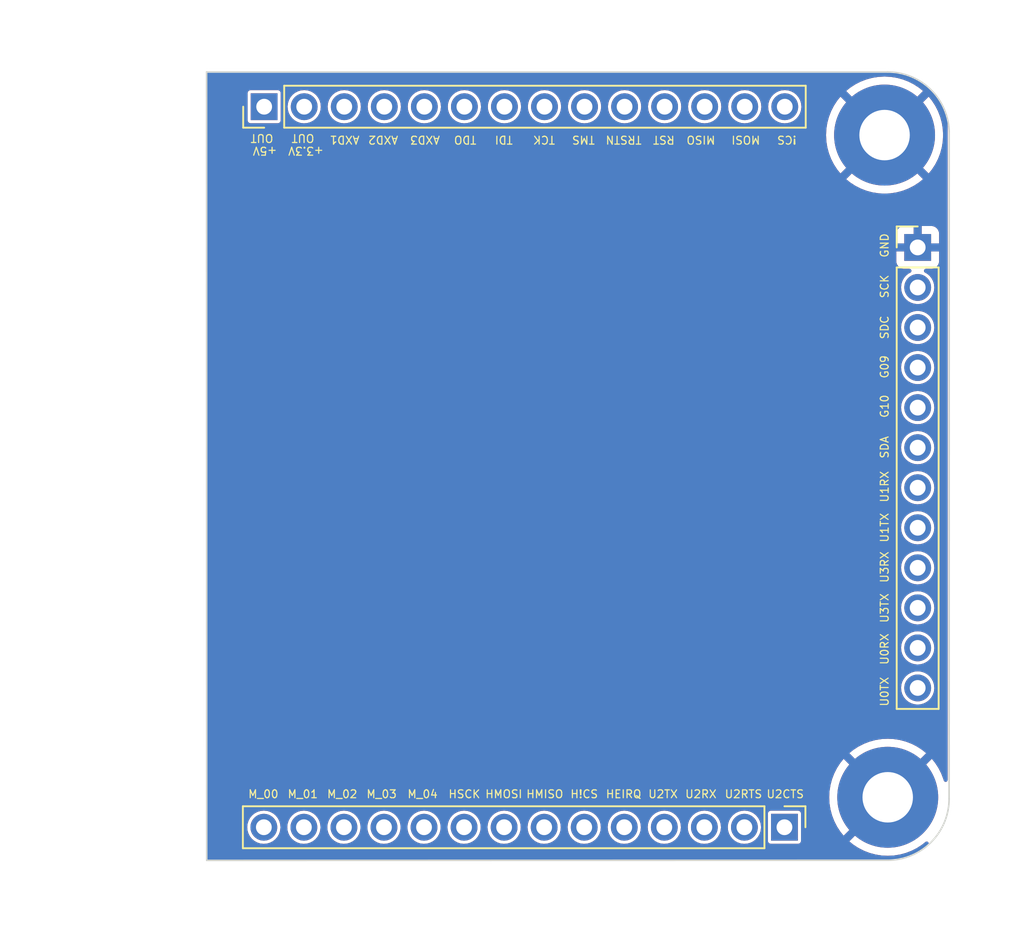
<source format=kicad_pcb>
(kicad_pcb (version 20211014) (generator pcbnew)
  (layers (0 "F.Cu" signal) (31 "B.Cu" signal) (34 "B.Paste" user) (35 "F.Paste" user) (36 "B.SilkS" user "B.Silkscreen") (37 "F.SilkS" user "F.Silkscreen") (38 "B.Mask" user) (39 "F.Mask" user) (44 "Edge.Cuts" user))
  (net 0 "")
  (net 1 "HSPI1_!CS")
  (net 2 "HSPI1_SCK")
  (net 3 "HSPI1_MISO")
  (net 4 "MODE_03")
  (net 5 "MODE_02")
  (net 6 "HSPI1_MOSI")
  (net 7 "MODE_00")
  (net 8 "SX_RST")
  (net 9 "MODE_01")
  (net 10 "MODE_04")
  (net 11 "RF_AXD1")
  (net 12 "RF_AXD2")
  (net 13 "RF_AXD3")
  (net 14 "JTAG_TRSTN")
  (net 15 "JTAG_TCK")
  (net 16 "JTAG_TDI")
  (net 17 "JTAG_TDO")
  (net 18 "JTAG_TMS")
  (net 19 "HSPI1_IRQ")
  (net 20 "GPIO_00_UART2_TX")
  (net 21 "GPIO_01_UART2_RX")
  (net 22 "GPIO_02_UART2_RTS")
  (net 23 "GPIO_03_UART2_CTS")
  (net 24 "GPIO_04_UART0_TX")
  (net 25 "GPIO_05_UART0_RX")
  (net 26 "GPIO_06_UART3_TX")
  (net 27 "GPIO_07_UART3_RX")
  (net 28 "GPIO_08_UART1_TX")
  (net 29 "GPIO_11_UART1_RX")
  (net 30 "GPIO_17_I2C_SDA")
  (net 31 "GPIO_10")
  (net 32 "GPIO_09")
  (net 33 "GPIO_16_I2C_SCL")
  (net 34 "GPIO_15_SPI0_SCK")
  (net 35 "GPIO_14_SPI0_!CS")
  (net 36 "GPIO_13_SPI0_MOSI")
  (net 37 "GPIO_12_SPI0_MISO")
  (net 38 "GND")
  (net 39 "+5V")
  (net 40 "+3V3")
  (footprint "Connector_PinHeader_2.54mm:PinHeader_1x14_P2.54mm_Vertical" (layer "F.Cu") (at 194.3 79.75 90)
    (fp_text reference "J3")
    (fp_text value "Conn_01x14_Male")
    (fp_line (start -1.33 1.27) (end -1.33 34.35) (layer "F.SilkS") (width 0.12))
    (fp_line (start -1.33 0) (end -1.33 -1.33) (layer "F.SilkS") (width 0.12))
    (fp_line (start 1.33 1.27) (end 1.33 34.35) (layer "F.SilkS") (width 0.12))
    (fp_line (start -1.33 34.35) (end 1.33 34.35) (layer "F.SilkS") (width 0.12))
    (fp_line (start -1.33 1.27) (end 1.33 1.27) (layer "F.SilkS") (width 0.12))
    (fp_line (start -1.33 -1.33) (end 0 -1.33) (layer "F.SilkS") (width 0.12))
    (pad "1" thru_hole rect locked (at 0 0 90) (size 1.7 1.7) (drill 1) (layers *.Cu *.Mask) (net 39 "+5V"))
    (pad "2" thru_hole oval locked (at 0 2.54 90) (size 1.7 1.7) (drill 1) (layers *.Cu *.Mask) (net 40 "+3V3"))
    (pad "3" thru_hole oval locked (at 0 5.08 90) (size 1.7 1.7) (drill 1) (layers *.Cu *.Mask) (net 11 "RF_AXD1"))
    (pad "4" thru_hole oval locked (at 0 7.62 90) (size 1.7 1.7) (drill 1) (layers *.Cu *.Mask) (net 12 "RF_AXD2"))
    (pad "5" thru_hole oval locked (at 0 10.16 90) (size 1.7 1.7) (drill 1) (layers *.Cu *.Mask) (net 13 "RF_AXD3"))
    (pad "6" thru_hole oval locked (at 0 12.7 90) (size 1.7 1.7) (drill 1) (layers *.Cu *.Mask) (net 17 "JTAG_TDO"))
    (pad "7" thru_hole oval locked (at 0 15.24 90) (size 1.7 1.7) (drill 1) (layers *.Cu *.Mask) (net 16 "JTAG_TDI"))
    (pad "8" thru_hole oval locked (at 0 17.78 90) (size 1.7 1.7) (drill 1) (layers *.Cu *.Mask) (net 15 "JTAG_TCK"))
    (pad "9" thru_hole oval locked (at 0 20.32 90) (size 1.7 1.7) (drill 1) (layers *.Cu *.Mask) (net 18 "JTAG_TMS"))
    (pad "10" thru_hole oval locked (at 0 22.86 90) (size 1.7 1.7) (drill 1) (layers *.Cu *.Mask) (net 14 "JTAG_TRSTN"))
    (pad "11" thru_hole oval locked (at 0 25.4 90) (size 1.7 1.7) (drill 1) (layers *.Cu *.Mask) (net 8 "SX_RST"))
    (pad "12" thru_hole oval locked (at 0 27.94 90) (size 1.7 1.7) (drill 1) (layers *.Cu *.Mask) (net 37 "GPIO_12_SPI0_MISO"))
    (pad "13" thru_hole oval locked (at 0 30.48 90) (size 1.7 1.7) (drill 1) (layers *.Cu *.Mask) (net 36 "GPIO_13_SPI0_MOSI"))
    (pad "14" thru_hole oval locked (at 0 33.02 90) (size 1.7 1.7) (drill 1) (layers *.Cu *.Mask) (net 35 "GPIO_14_SPI0_!CS"))
  )
  (footprint "MountingHole:MountingHole_3.2mm_M3_Pad" (layer "F.Cu") (at 233.85 123.55)
    (fp_text reference "H2")
    (fp_text value "MountingHole")
    (pad "1" thru_hole circle locked (at 0 0) (size 6.4 6.4) (drill 3.2) (layers *.Cu *.Mask) (net 38 "GND"))
  )
  (footprint "MountingHole:MountingHole_3.2mm_M3_Pad" (layer "F.Cu") (at 233.65 81.55)
    (fp_text reference "H1")
    (fp_text value "MountingHole")
    (pad "1" thru_hole circle locked (at 0 0) (size 6.4 6.4) (drill 3.2) (layers *.Cu *.Mask) (net 38 "GND"))
  )
  (footprint "Connector_PinHeader_2.54mm:PinHeader_1x12_P2.54mm_Vertical" (layer "F.Cu") (at 235.75 88.675)
    (fp_text reference "J2")
    (fp_text value "Conn_01x12_Male")
    (fp_line (start -1.33 29.27) (end 1.33 29.27) (layer "F.SilkS") (width 0.12))
    (fp_line (start -1.33 1.27) (end -1.33 29.27) (layer "F.SilkS") (width 0.12))
    (fp_line (start 1.33 1.27) (end 1.33 29.27) (layer "F.SilkS") (width 0.12))
    (fp_line (start -1.33 1.27) (end 1.33 1.27) (layer "F.SilkS") (width 0.12))
    (fp_line (start -1.33 -1.33) (end 0 -1.33) (layer "F.SilkS") (width 0.12))
    (fp_line (start -1.33 0) (end -1.33 -1.33) (layer "F.SilkS") (width 0.12))
    (pad "1" thru_hole rect locked (at 0 0) (size 1.7 1.7) (drill 1) (layers *.Cu *.Mask) (net 38 "GND"))
    (pad "2" thru_hole oval locked (at 0 2.54) (size 1.7 1.7) (drill 1) (layers *.Cu *.Mask) (net 34 "GPIO_15_SPI0_SCK"))
    (pad "3" thru_hole oval locked (at 0 5.08) (size 1.7 1.7) (drill 1) (layers *.Cu *.Mask) (net 33 "GPIO_16_I2C_SCL"))
    (pad "4" thru_hole oval locked (at 0 7.62) (size 1.7 1.7) (drill 1) (layers *.Cu *.Mask) (net 32 "GPIO_09"))
    (pad "5" thru_hole oval locked (at 0 10.16) (size 1.7 1.7) (drill 1) (layers *.Cu *.Mask) (net 31 "GPIO_10"))
    (pad "6" thru_hole oval locked (at 0 12.7) (size 1.7 1.7) (drill 1) (layers *.Cu *.Mask) (net 30 "GPIO_17_I2C_SDA"))
    (pad "7" thru_hole oval locked (at 0 15.24) (size 1.7 1.7) (drill 1) (layers *.Cu *.Mask) (net 29 "GPIO_11_UART1_RX"))
    (pad "8" thru_hole oval locked (at 0 17.78) (size 1.7 1.7) (drill 1) (layers *.Cu *.Mask) (net 28 "GPIO_08_UART1_TX"))
    (pad "9" thru_hole oval locked (at 0 20.32) (size 1.7 1.7) (drill 1) (layers *.Cu *.Mask) (net 27 "GPIO_07_UART3_RX"))
    (pad "10" thru_hole oval locked (at 0 22.86) (size 1.7 1.7) (drill 1) (layers *.Cu *.Mask) (net 26 "GPIO_06_UART3_TX"))
    (pad "11" thru_hole oval locked (at 0 25.4) (size 1.7 1.7) (drill 1) (layers *.Cu *.Mask) (net 25 "GPIO_05_UART0_RX"))
    (pad "12" thru_hole oval locked (at 0 27.94) (size 1.7 1.7) (drill 1) (layers *.Cu *.Mask) (net 24 "GPIO_04_UART0_TX"))
  )
  (footprint "Connector_PinHeader_2.54mm:PinHeader_1x14_P2.54mm_Vertical" (layer "F.Cu") (at 227.3 125.45 -90)
    (fp_text reference "J1")
    (fp_text value "Conn_01x14_Male")
    (fp_line (start -1.33 1.27) (end -1.33 34.35) (layer "F.SilkS") (width 0.12))
    (fp_line (start -1.33 34.35) (end 1.33 34.35) (layer "F.SilkS") (width 0.12))
    (fp_line (start -1.33 -1.33) (end 0 -1.33) (layer "F.SilkS") (width 0.12))
    (fp_line (start -1.33 0) (end -1.33 -1.33) (layer "F.SilkS") (width 0.12))
    (fp_line (start -1.33 1.27) (end 1.33 1.27) (layer "F.SilkS") (width 0.12))
    (fp_line (start 1.33 1.27) (end 1.33 34.35) (layer "F.SilkS") (width 0.12))
    (pad "1" thru_hole rect locked (at 0 0 270) (size 1.7 1.7) (drill 1) (layers *.Cu *.Mask) (net 23 "GPIO_03_UART2_CTS"))
    (pad "2" thru_hole oval locked (at 0 2.54 270) (size 1.7 1.7) (drill 1) (layers *.Cu *.Mask) (net 22 "GPIO_02_UART2_RTS"))
    (pad "3" thru_hole oval locked (at 0 5.08 270) (size 1.7 1.7) (drill 1) (layers *.Cu *.Mask) (net 21 "GPIO_01_UART2_RX"))
    (pad "4" thru_hole oval locked (at 0 7.62 270) (size 1.7 1.7) (drill 1) (layers *.Cu *.Mask) (net 20 "GPIO_00_UART2_TX"))
    (pad "5" thru_hole oval locked (at 0 10.16 270) (size 1.7 1.7) (drill 1) (layers *.Cu *.Mask) (net 19 "HSPI1_IRQ"))
    (pad "6" thru_hole oval locked (at 0 12.7 270) (size 1.7 1.7) (drill 1) (layers *.Cu *.Mask) (net 1 "HSPI1_!CS"))
    (pad "7" thru_hole oval locked (at 0 15.24 270) (size 1.7 1.7) (drill 1) (layers *.Cu *.Mask) (net 3 "HSPI1_MISO"))
    (pad "8" thru_hole oval locked (at 0 17.78 270) (size 1.7 1.7) (drill 1) (layers *.Cu *.Mask) (net 6 "HSPI1_MOSI"))
    (pad "9" thru_hole oval locked (at 0 20.32 270) (size 1.7 1.7) (drill 1) (layers *.Cu *.Mask) (net 2 "HSPI1_SCK"))
    (pad "10" thru_hole oval locked (at 0 22.86 270) (size 1.7 1.7) (drill 1) (layers *.Cu *.Mask) (net 10 "MODE_04"))
    (pad "11" thru_hole oval locked (at 0 25.4 270) (size 1.7 1.7) (drill 1) (layers *.Cu *.Mask) (net 4 "MODE_03"))
    (pad "12" thru_hole oval locked (at 0 27.94 270) (size 1.7 1.7) (drill 1) (layers *.Cu *.Mask) (net 5 "MODE_02"))
    (pad "13" thru_hole oval locked (at 0 30.48 270) (size 1.7 1.7) (drill 1) (layers *.Cu *.Mask) (net 9 "MODE_01"))
    (pad "14" thru_hole oval locked (at 0 33.02 270) (size 1.7 1.7) (drill 1) (layers *.Cu *.Mask) (net 7 "MODE_00"))
  )
  (footprint "teledatics:teledatics_logo_kicad_footprint" (layer "F.Cu") (at 178.963547 102.756718 -90)
    (fp_text reference "G***")
    (fp_text value "LOGO" hide)
  )
  (gr_line (start 233.842284 127.542284) (end 190.657716 127.55) (layer "Edge.Cuts") (width 0.1))
  (gr_line (start 190.65 77.55) (end 233.85 77.55) (layer "Edge.Cuts") (width 0.1))
  (gr_arc (start 237.742284 123.642284) (mid 236.6 126.4) (end 233.842284 127.542284) (layer "Edge.Cuts") (width 0.1))
  (gr_arc (start 233.85 77.55) (mid 236.607716 78.692284) (end 237.75 81.45) (layer "Edge.Cuts") (width 0.1))
  (gr_line (start 190.657716 127.55) (end 190.65 77.55) (layer "Edge.Cuts") (width 0.1))
  (gr_line (start 237.75 81.45) (end 237.742284 123.642284) (layer "Edge.Cuts") (width 0.1))
  (gr_text "TDO" (at 207.05 81.85 180) (layer "F.SilkS") (effects (font (size 0.5 0.5) (thickness 0.075))))
  (gr_text "M_00" (at 194.25 123.35) (layer "F.SilkS") (effects (font (size 0.5 0.5) (thickness 0.075))))
  (gr_text "TRSTN" (at 217.1 81.85 180) (layer "F.SilkS") (effects (font (size 0.5 0.5) (thickness 0.075))))
  (gr_text "MISO" (at 222 81.85 180) (layer "F.SilkS") (effects (font (size 0.5 0.5) (thickness 0.075))))
  (gr_text "G09" (at 233.65 96.25 90) (layer "F.SilkS") (effects (font (size 0.5 0.5) (thickness 0.075))))
  (gr_text "U2CTS" (at 227.35 123.35) (layer "F.SilkS") (effects (font (size 0.5 0.5) (thickness 0.075))))
  (gr_text "SDC" (at 233.65 93.75 90) (layer "F.SilkS") (effects (font (size 0.5 0.5) (thickness 0.075))))
  (gr_text "H!CS" (at 214.6 123.35) (layer "F.SilkS") (effects (font (size 0.5 0.5) (thickness 0.075))))
  (gr_text "HMOSI" (at 209.5 123.35) (layer "F.SilkS") (effects (font (size 0.5 0.5) (thickness 0.075))))
  (gr_text "M_01" (at 196.75 123.35) (layer "F.SilkS") (effects (font (size 0.5 0.5) (thickness 0.075))))
  (gr_text "AXD2" (at 201.85 81.85 180) (layer "F.SilkS") (effects (font (size 0.5 0.5) (thickness 0.075))))
  (gr_text "M_03" (at 201.75 123.35) (layer "F.SilkS") (effects (font (size 0.5 0.5) (thickness 0.075))))
  (gr_text "AXD3" (at 204.5 81.85 180) (layer "F.SilkS") (effects (font (size 0.5 0.5) (thickness 0.075))))
  (gr_text "+3.3V\n OUT" (at 196.95 82.15 180) (layer "F.SilkS") (effects (font (size 0.5 0.5) (thickness 0.075))))
  (gr_text "M_02" (at 199.25 123.35) (layer "F.SilkS") (effects (font (size 0.5 0.5) (thickness 0.075))))
  (gr_text "TMS" (at 214.55 81.85 180) (layer "F.SilkS") (effects (font (size 0.5 0.5) (thickness 0.075))))
  (gr_text "SDA" (at 233.65 101.35 90) (layer "F.SilkS") (effects (font (size 0.5 0.5) (thickness 0.075))))
  (gr_text "HMISO" (at 212.1 123.35) (layer "F.SilkS") (effects (font (size 0.5 0.5) (thickness 0.075))))
  (gr_text "+5V\n OUT" (at 194.35 82.15 180) (layer "F.SilkS") (effects (font (size 0.5 0.5) (thickness 0.075))))
  (gr_text "U2RTS" (at 224.7 123.35) (layer "F.SilkS") (effects (font (size 0.5 0.5) (thickness 0.075))))
  (gr_text "GND" (at 233.65 88.55 90) (layer "F.SilkS") (effects (font (size 0.5 0.5) (thickness 0.075))))
  (gr_text "U2RX" (at 222 123.35) (layer "F.SilkS") (effects (font (size 0.5 0.5) (thickness 0.075))))
  (gr_text "U1TX" (at 233.65 106.45 90) (layer "F.SilkS") (effects (font (size 0.5 0.5) (thickness 0.075))))
  (gr_text "U3TX" (at 233.65 111.55 90) (layer "F.SilkS") (effects (font (size 0.5 0.5) (thickness 0.075))))
  (gr_text "AXD1" (at 199.4 81.85 180) (layer "F.SilkS") (effects (font (size 0.5 0.5) (thickness 0.075))))
  (gr_text "TDI" (at 209.5 81.85 180) (layer "F.SilkS") (effects (font (size 0.5 0.5) (thickness 0.075))))
  (gr_text "!CS" (at 227.45 81.85 180) (layer "F.SilkS") (effects (font (size 0.5 0.5) (thickness 0.075))))
  (gr_text "SCK" (at 233.65 91.15 90) (layer "F.SilkS") (effects (font (size 0.5 0.5) (thickness 0.075))))
  (gr_text "MOSI" (at 224.85 81.85 180) (layer "F.SilkS") (effects (font (size 0.5 0.5) (thickness 0.075))))
  (gr_text "G10" (at 233.65 98.75 90) (layer "F.SilkS") (effects (font (size 0.5 0.5) (thickness 0.075))))
  (gr_text "U0TX" (at 233.65 116.85 90) (layer "F.SilkS") (effects (font (size 0.5 0.5) (thickness 0.075))))
  (gr_text "M_04" (at 204.35 123.35) (layer "F.SilkS") (effects (font (size 0.5 0.5) (thickness 0.075))))
  (gr_text "RST" (at 219.65 81.85 180) (layer "F.SilkS") (effects (font (size 0.5 0.5) (thickness 0.075))))
  (gr_text "U2TX" (at 219.6 123.35) (layer "F.SilkS") (effects (font (size 0.5 0.5) (thickness 0.075))))
  (gr_text "TCK" (at 212.05 81.85 180) (layer "F.SilkS") (effects (font (size 0.5 0.5) (thickness 0.075))))
  (gr_text "U1RX" (at 233.65 103.85 90) (layer "F.SilkS") (effects (font (size 0.5 0.5) (thickness 0.075))))
  (gr_text "U0RX" (at 233.65 114.15 90) (layer "F.SilkS") (effects (font (size 0.5 0.5) (thickness 0.075))))
  (gr_text "HEIRQ" (at 217.1 123.35) (layer "F.SilkS") (effects (font (size 0.5 0.5) (thickness 0.075))))
  (gr_text "HSCK" (at 207 123.35) (layer "F.SilkS") (effects (font (size 0.5 0.5) (thickness 0.075))))
  (gr_text "U3RX" (at 233.65 108.95 90) (layer "F.SilkS") (effects (font (size 0.5 0.5) (thickness 0.075))))
  (zone (net 38) (net_name "GND") (layers F&B.Cu) (connect_pads (clearance 0)) (min_thickness 0.254) (fill yes (thermal_gap 0.508) (thermal_bridge_width 0.508))
    (polygon (pts (xy 237.65 127.55) (xy 190.65 127.55) (xy 190.65 77.55) (xy 237.65 77.55)))
  )
)
</source>
